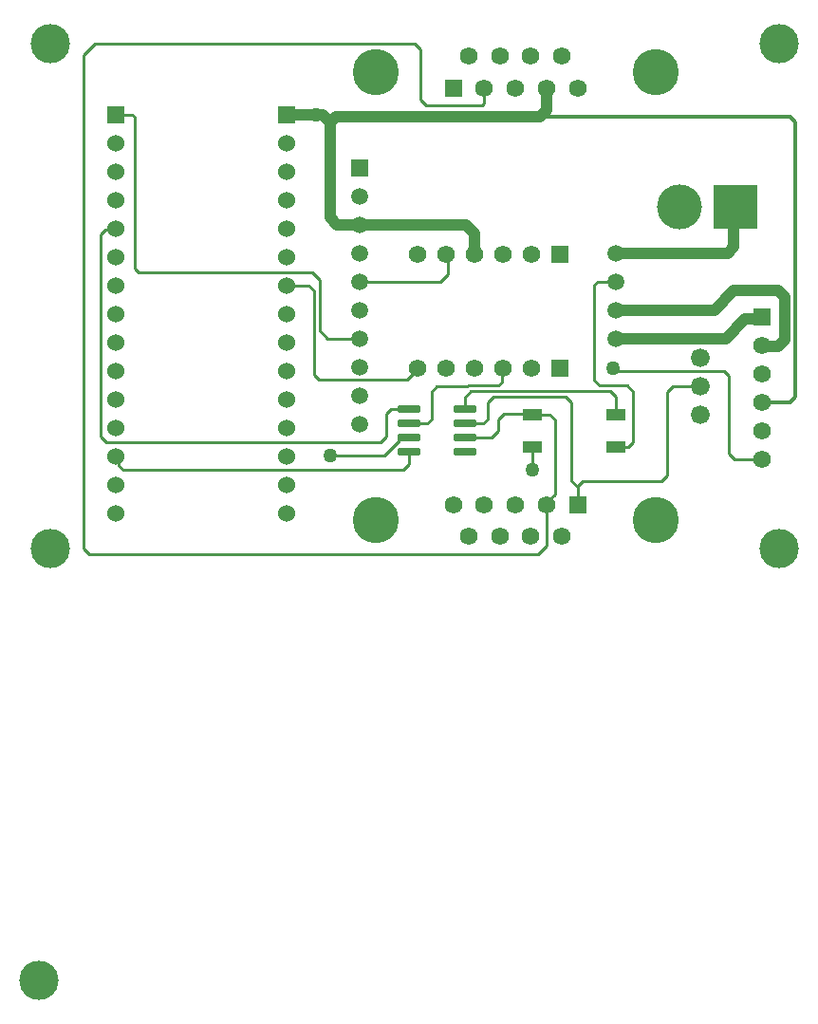
<source format=gtl>
G04*
G04 #@! TF.GenerationSoftware,Altium Limited,Altium Designer,22.8.2 (66)*
G04*
G04 Layer_Physical_Order=1*
G04 Layer_Color=255*
%FSLAX42Y42*%
%MOMM*%
G71*
G04*
G04 #@! TF.SameCoordinates,E2F3CAA6-EC45-4DAB-9F52-99892A173F59*
G04*
G04*
G04 #@! TF.FilePolarity,Positive*
G04*
G01*
G75*
%ADD13C,0.25*%
G04:AMPARAMS|DCode=14|XSize=1.97mm|YSize=0.6mm|CornerRadius=0.08mm|HoleSize=0mm|Usage=FLASHONLY|Rotation=0.000|XOffset=0mm|YOffset=0mm|HoleType=Round|Shape=RoundedRectangle|*
%AMROUNDEDRECTD14*
21,1,1.97,0.45,0,0,0.0*
21,1,1.82,0.60,0,0,0.0*
1,1,0.15,0.91,-0.23*
1,1,0.15,-0.91,-0.23*
1,1,0.15,-0.91,0.23*
1,1,0.15,0.91,0.23*
%
%ADD14ROUNDEDRECTD14*%
%ADD15R,1.77X1.13*%
%ADD33C,0.35*%
%ADD34C,1.00*%
%ADD35R,1.56X1.56*%
%ADD36C,1.56*%
%ADD37C,1.51*%
%ADD38R,1.51X1.51*%
%ADD39C,4.00*%
%ADD40R,4.00X4.00*%
%ADD41C,4.12*%
%ADD42R,1.58X1.58*%
%ADD43C,1.58*%
%ADD44C,1.53*%
%ADD45R,1.53X1.53*%
%ADD46C,3.50*%
%ADD47R,1.56X1.56*%
%ADD48C,1.68*%
%ADD49C,1.27*%
D13*
X838Y4122D02*
X978D01*
X1000Y4100D01*
Y2750D02*
Y4100D01*
X824Y3091D02*
X838Y3106D01*
X700Y1250D02*
Y3050D01*
X741Y3091D02*
X824D01*
X700Y3050D02*
X741Y3091D01*
X700Y1250D02*
X750Y1200D01*
X3200D01*
X4100Y4200D02*
X4123Y4223D01*
Y4358D01*
X3600Y4200D02*
X4100D01*
X6358Y1042D02*
X6600D01*
X6300Y1100D02*
Y1790D01*
Y1100D02*
X6358Y1042D01*
X3550Y4250D02*
X3600Y4200D01*
X3550Y4250D02*
Y4700D01*
X6260Y1830D02*
X6300Y1790D01*
X5300Y1830D02*
X6260D01*
X5270Y1860D02*
X5300Y1830D01*
X5398Y1702D02*
X5450Y1650D01*
X5150Y1702D02*
X5398D01*
X6630Y1100D02*
X6650Y1080D01*
X2651Y2199D02*
Y2649D01*
X2588Y2712D02*
X2651Y2649D01*
X2409Y2712D02*
X2588D01*
X1000Y2750D02*
X1038Y2712D01*
X2315D01*
X2409D01*
X2651Y2199D02*
X2726Y2124D01*
X3014D01*
X3200Y1200D02*
X3250Y1250D01*
X900Y950D02*
X3400D01*
X3453Y1003D01*
X2750Y1080D02*
X3230D01*
X862Y988D02*
X900Y950D01*
X3453Y1003D02*
Y1110D01*
X862Y988D02*
Y1049D01*
X5403Y1153D02*
X5450Y1200D01*
X5300Y1153D02*
X5403D01*
X5450Y1200D02*
Y1650D01*
X5100Y1752D02*
X5150Y1702D01*
X5100Y1752D02*
Y2600D01*
X5132Y2632D01*
X5300D01*
X4677Y277D02*
Y661D01*
X600Y200D02*
X4600D01*
X4677Y277D01*
X550Y250D02*
X600Y200D01*
X550Y250D02*
Y4650D01*
X650Y4750D02*
X3500D01*
X550Y4650D02*
X650Y4750D01*
X3947Y1597D02*
X4001Y1651D01*
X5249D01*
X3976Y1702D02*
X4250D01*
X4282Y1734D02*
Y1840D01*
X3700Y1700D02*
X3974D01*
X4282Y1840D02*
X4292Y1850D01*
X4250Y1702D02*
X4282Y1734D01*
X5249Y1651D02*
X5300Y1600D01*
X3947Y1490D02*
Y1597D01*
X3974Y1700D02*
X3976Y1702D01*
X3500Y4750D02*
X3550Y4700D01*
X3732Y2632D02*
X3800Y2700D01*
X3784Y2866D02*
X3800Y2850D01*
Y2700D02*
Y2850D01*
X2552Y2598D02*
X2600Y2550D01*
X2362Y2598D02*
X2552D01*
X2600Y1800D02*
Y2550D01*
Y1800D02*
X2643Y1757D01*
X3437D02*
X3530Y1850D01*
X2643Y1757D02*
X3437D01*
X3014Y2632D02*
X3732D01*
X3650Y1650D02*
X3700Y1700D01*
X3650Y1400D02*
Y1650D01*
X3453Y1364D02*
X3613D01*
X3650Y1400D01*
X4850Y1600D02*
X4900Y1550D01*
X4200Y1600D02*
X4850D01*
X4900Y850D02*
Y1550D01*
X4150D02*
X4200Y1600D01*
X4150Y1400D02*
Y1550D01*
X5300Y1450D02*
Y1600D01*
X4550Y1000D02*
Y1153D01*
X3367Y1217D02*
Y1219D01*
X3385Y1236D01*
X3453D01*
X3230Y1080D02*
X3367Y1217D01*
X3250Y1250D02*
Y1450D01*
X4677Y661D02*
X4750Y734D01*
Y1400D01*
X4703Y1447D02*
X4750Y1400D01*
X4550Y1447D02*
X4703D01*
X4250Y1300D02*
Y1400D01*
X4187Y1236D02*
X4250Y1300D01*
X3947Y1236D02*
X4187D01*
X4300Y1450D02*
X4547D01*
X4250Y1400D02*
X4300Y1450D01*
X4547D02*
X4550Y1447D01*
X4113Y1364D02*
X4150Y1400D01*
X4900Y850D02*
X4946Y804D01*
X4954D01*
X3947Y1364D02*
X4113D01*
X5800Y1700D02*
X6050D01*
X5750Y1650D02*
X5800Y1700D01*
X5750Y900D02*
Y1650D01*
X5000Y850D02*
X5700D01*
X5750Y900D01*
X4954Y642D02*
Y804D01*
X5000Y850D01*
X838Y1073D02*
X862Y1049D01*
X3290Y1490D02*
X3453D01*
X3250Y1450D02*
X3290Y1490D01*
D14*
X3453D02*
D03*
Y1364D02*
D03*
Y1236D02*
D03*
Y1110D02*
D03*
X3947D02*
D03*
Y1236D02*
D03*
Y1364D02*
D03*
Y1490D02*
D03*
D15*
X4550Y1447D02*
D03*
Y1153D02*
D03*
X5300Y1447D02*
D03*
Y1153D02*
D03*
D33*
X6850Y4100D02*
X6900Y4050D01*
X4618Y4100D02*
X6850D01*
X6900Y1600D02*
Y4050D01*
X6850Y1550D02*
X6900Y1600D01*
X6600Y1550D02*
X6850D01*
D34*
X6592Y2050D02*
X6741D01*
Y2550D02*
X6800Y2491D01*
X6350Y2550D02*
X6741D01*
X6800Y2109D02*
Y2491D01*
X6741Y2050D02*
X6800Y2109D01*
X2362Y4122D02*
X2678D01*
X6585Y2297D02*
X6600Y2312D01*
X6447Y2297D02*
X6585D01*
X5300Y2124D02*
X6274D01*
X6447Y2297D01*
X6178Y2378D02*
X6350Y2550D01*
X5300Y2378D02*
X6178D01*
X4618Y4100D02*
X4677Y4159D01*
Y4358D01*
X2800Y4100D02*
X4618D01*
X2750Y4050D02*
X2800Y4100D01*
X6291Y2886D02*
X6350Y2945D01*
Y3250D01*
X5300Y2886D02*
X6291D01*
X3014Y3140D02*
X3960D01*
X4038Y2866D02*
Y3062D01*
X3960Y3140D02*
X4038Y3062D01*
X2810Y3140D02*
X3014D01*
X2750Y3200D02*
Y4050D01*
Y3200D02*
X2810Y3140D01*
X2678Y4122D02*
X2750Y4050D01*
D35*
X4795Y2871D02*
D03*
Y1855D02*
D03*
D36*
X4287Y2871D02*
D03*
X4033D02*
D03*
X3779D02*
D03*
X3525D02*
D03*
X4541D02*
D03*
Y1855D02*
D03*
X4287D02*
D03*
X4033D02*
D03*
X3779D02*
D03*
X3525D02*
D03*
X6600Y1042D02*
D03*
Y1296D02*
D03*
Y1550D02*
D03*
Y1804D02*
D03*
Y2058D02*
D03*
D37*
X5300Y2124D02*
D03*
Y2378D02*
D03*
Y2632D02*
D03*
Y2886D02*
D03*
X3014Y3394D02*
D03*
Y1362D02*
D03*
Y1616D02*
D03*
Y1870D02*
D03*
Y2124D02*
D03*
Y2378D02*
D03*
Y2632D02*
D03*
Y2886D02*
D03*
Y3140D02*
D03*
D38*
Y3648D02*
D03*
D39*
X5860Y3300D02*
D03*
D40*
X6360D02*
D03*
D41*
X5649Y500D02*
D03*
X3150D02*
D03*
X5649Y4500D02*
D03*
X3150D02*
D03*
D42*
X4954Y642D02*
D03*
X3846Y4358D02*
D03*
D43*
X4815Y358D02*
D03*
X4677Y642D02*
D03*
X4538Y358D02*
D03*
X4400Y642D02*
D03*
X4262Y358D02*
D03*
X4123Y642D02*
D03*
X3985Y358D02*
D03*
X3846Y642D02*
D03*
X4954Y4358D02*
D03*
X4815Y4642D02*
D03*
X4677Y4358D02*
D03*
X4538Y4642D02*
D03*
X4400Y4358D02*
D03*
X4262Y4642D02*
D03*
X4123Y4358D02*
D03*
X3985Y4642D02*
D03*
D44*
X838Y566D02*
D03*
Y819D02*
D03*
Y1073D02*
D03*
Y1327D02*
D03*
Y1581D02*
D03*
Y1835D02*
D03*
Y2090D02*
D03*
Y2343D02*
D03*
Y2598D02*
D03*
Y2851D02*
D03*
Y3106D02*
D03*
Y3360D02*
D03*
Y3613D02*
D03*
Y3867D02*
D03*
X2362Y566D02*
D03*
Y819D02*
D03*
Y1073D02*
D03*
Y1327D02*
D03*
Y1581D02*
D03*
Y1835D02*
D03*
Y2090D02*
D03*
Y2343D02*
D03*
Y2598D02*
D03*
Y2851D02*
D03*
Y3106D02*
D03*
Y3360D02*
D03*
Y3613D02*
D03*
Y3867D02*
D03*
D45*
X838Y4122D02*
D03*
X2362D02*
D03*
D46*
X250Y250D02*
D03*
X6750D02*
D03*
Y4750D02*
D03*
X250D02*
D03*
X150Y-3600D02*
D03*
D47*
X6600Y2312D02*
D03*
D48*
X6050Y1954D02*
D03*
Y1446D02*
D03*
Y1700D02*
D03*
D49*
X2620Y4120D02*
D03*
X5270Y1860D02*
D03*
X2750Y1080D02*
D03*
X4550Y950D02*
D03*
M02*

</source>
